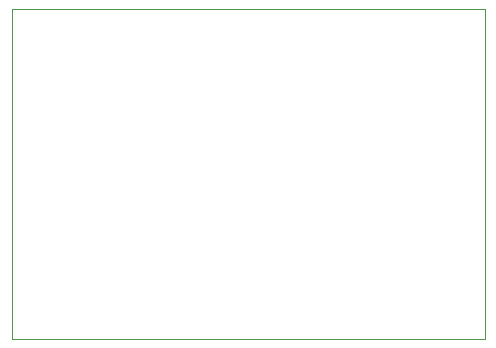
<source format=gbr>
%TF.GenerationSoftware,KiCad,Pcbnew,8.0.0*%
%TF.CreationDate,2024-11-11T15:40:07+01:00*%
%TF.ProjectId,test_amplifier_board,74657374-5f61-46d7-906c-69666965725f,rev?*%
%TF.SameCoordinates,Original*%
%TF.FileFunction,Profile,NP*%
%FSLAX46Y46*%
G04 Gerber Fmt 4.6, Leading zero omitted, Abs format (unit mm)*
G04 Created by KiCad (PCBNEW 8.0.0) date 2024-11-11 15:40:07*
%MOMM*%
%LPD*%
G01*
G04 APERTURE LIST*
%TA.AperFunction,Profile*%
%ADD10C,0.050000*%
%TD*%
G04 APERTURE END LIST*
D10*
X100000000Y-100000000D02*
X140000000Y-100000000D01*
X140000000Y-128000000D01*
X100000000Y-128000000D01*
X100000000Y-100000000D01*
M02*

</source>
